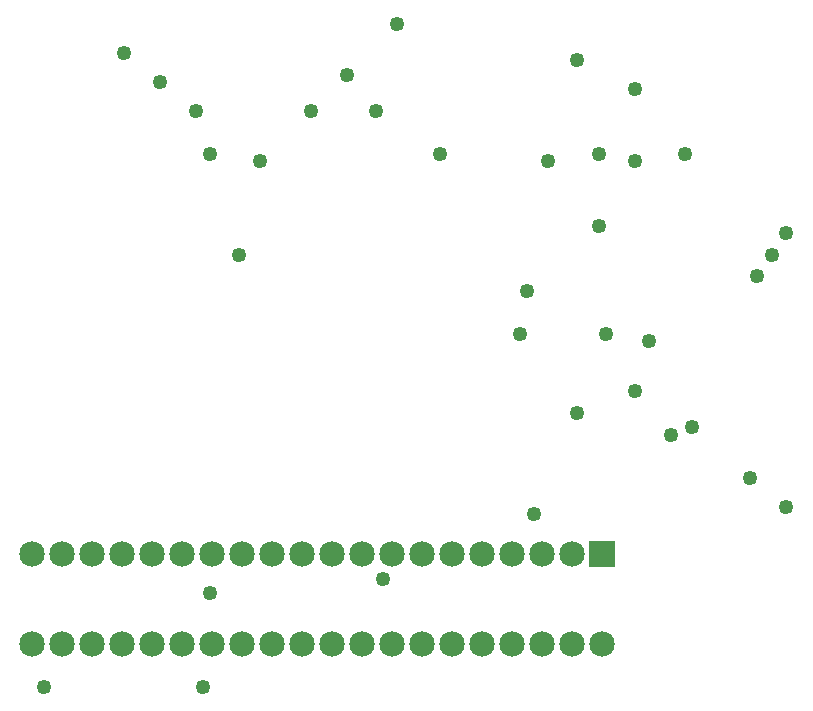
<source format=gbs>
G04 MADE WITH FRITZING*
G04 WWW.FRITZING.ORG*
G04 DOUBLE SIDED*
G04 HOLES PLATED*
G04 CONTOUR ON CENTER OF CONTOUR VECTOR*
%ASAXBY*%
%FSLAX23Y23*%
%MOIN*%
%OFA0B0*%
%SFA1.0B1.0*%
%ADD10C,0.085000*%
%ADD11C,0.049370*%
%ADD12R,0.085000X0.085000*%
%LNMASK0*%
G90*
G70*
G54D10*
X2571Y1150D03*
X2571Y850D03*
X2471Y1150D03*
X2471Y850D03*
X2371Y1150D03*
X2371Y850D03*
X2271Y1150D03*
X2271Y850D03*
X2171Y1150D03*
X2171Y850D03*
X2071Y1150D03*
X2071Y850D03*
X1971Y1150D03*
X1971Y850D03*
X1871Y1150D03*
X1871Y850D03*
X1771Y1150D03*
X1771Y850D03*
X1671Y1150D03*
X1671Y850D03*
X1571Y1150D03*
X1571Y850D03*
X1471Y1150D03*
X1471Y850D03*
X1371Y1150D03*
X1371Y850D03*
X1271Y1150D03*
X1271Y850D03*
X1171Y1150D03*
X1171Y850D03*
X1071Y1150D03*
X1071Y850D03*
X971Y1150D03*
X971Y850D03*
X871Y1150D03*
X871Y850D03*
X771Y1150D03*
X771Y850D03*
X671Y1150D03*
X671Y850D03*
G54D11*
X1360Y2148D03*
X1432Y2460D03*
X1264Y2484D03*
X1216Y2628D03*
X1600Y2628D03*
X2296Y1884D03*
X1096Y2724D03*
X1720Y2748D03*
X3088Y2076D03*
X2320Y2028D03*
X976Y2820D03*
X1816Y2628D03*
X2680Y1692D03*
X1840Y1068D03*
X2848Y2484D03*
X2584Y1884D03*
X3064Y1404D03*
X2488Y1620D03*
X3136Y2148D03*
X3184Y1308D03*
X2728Y1860D03*
X1888Y2916D03*
X3184Y2220D03*
X2560Y2244D03*
X2680Y2700D03*
X2392Y2460D03*
X1264Y1020D03*
X2680Y2460D03*
X2800Y1548D03*
X1240Y708D03*
X2032Y2484D03*
X2344Y1284D03*
X2872Y1572D03*
X712Y708D03*
X2488Y2796D03*
X2560Y2484D03*
G54D12*
X2571Y1150D03*
G04 End of Mask0*
M02*
</source>
